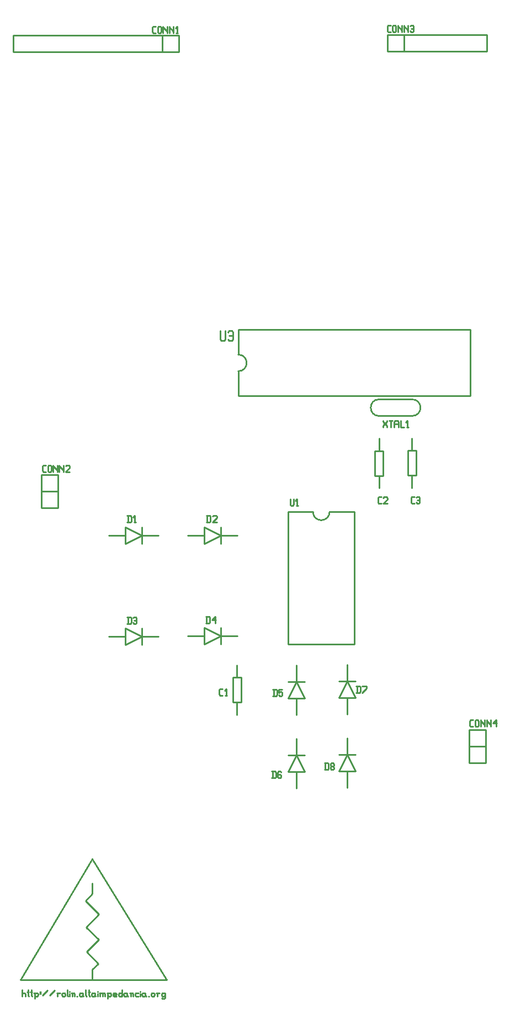
<source format=gbr>
G04 start of page 7 for group -4079 idx -4079 *
G04 Title: rolin, topsilk *
G04 Creator: pcb 20091103 *
G04 CreationDate: vie 09 abr 2010 17:35:00 GMT UTC *
G04 For: jegc *
G04 Format: Gerber/RS-274X *
G04 PCB-Dimensions: 314961 629921 *
G04 PCB-Coordinate-Origin: lower left *
%MOIN*%
%FSLAX25Y25*%
%LNFRONTSILK*%
%ADD19C,0.0100*%
G54D19*X54174Y77793D02*X62363Y69604D01*
X62362Y69606D02*X54567Y61811D01*
X58347Y81969D02*X54173Y77795D01*
X58347Y88305D02*Y81967D01*
X14921Y29960D02*X58267Y103070D01*
X103465Y30000D01*
X58386Y29960D02*X14920Y29961D01*
X58387Y36222D02*Y29962D01*
X61969Y39803D02*X58386Y36220D01*
X103464Y29999D02*X58385Y29960D01*
X62165Y54212D02*X54882Y46929D01*
X54567Y61809D02*X62165Y54211D01*
X54882Y46928D02*X61968Y39802D01*
X15823Y24077D02*Y20077D01*
Y21577D02*X16323Y22077D01*
X17323D01*
X17823Y21577D01*
Y20077D01*
X19524Y24077D02*Y20577D01*
X20024Y20077D01*
X19024Y22577D02*X20024D01*
X21525Y24077D02*Y20577D01*
X22025Y20077D01*
X21025Y22577D02*X22025D01*
X23526Y21577D02*Y18577D01*
X23026Y22077D02*X23526Y21577D01*
X24026Y22077D01*
X25026D01*
X25526Y21577D01*
Y20577D01*
X25026Y20077D02*X25526Y20577D01*
X24026Y20077D02*X25026D01*
X23526Y20577D02*X24026Y20077D01*
X26727Y22577D02*X27227D01*
X26727Y21577D02*X27227D01*
X28428Y20577D02*X31428Y23577D01*
X32629Y20577D02*X35629Y23577D01*
X37330Y21577D02*Y20077D01*
Y21577D02*X37830Y22077D01*
X38830D01*
X36830D02*X37330Y21577D01*
X40031D02*Y20577D01*
Y21577D02*X40531Y22077D01*
X41531D01*
X42031Y21577D01*
Y20577D01*
X41531Y20077D02*X42031Y20577D01*
X40531Y20077D02*X41531D01*
X40031Y20577D02*X40531Y20077D01*
X43232Y24077D02*Y20577D01*
X43732Y20077D01*
X44733Y23077D02*Y22577D01*
Y21577D02*Y20077D01*
X46234Y21577D02*Y20077D01*
Y21577D02*X46734Y22077D01*
X47234D01*
X47734Y21577D01*
Y20077D01*
X45734Y22077D02*X46234Y21577D01*
X48935Y20077D02*X49435D01*
X52136Y22077D02*X52636Y21577D01*
X51136Y22077D02*X52136D01*
X50636Y21577D02*X51136Y22077D01*
X50636Y21577D02*Y20577D01*
X51136Y20077D01*
X52636Y22077D02*Y20577D01*
X53136Y20077D01*
X51136D02*X52136D01*
X52636Y20577D01*
X54337Y24077D02*Y20577D01*
X54837Y20077D01*
X56338Y24077D02*Y20577D01*
X56838Y20077D01*
X55838Y22577D02*X56838D01*
X59339Y22077D02*X59839Y21577D01*
X58339Y22077D02*X59339D01*
X57839Y21577D02*X58339Y22077D01*
X57839Y21577D02*Y20577D01*
X58339Y20077D01*
X59839Y22077D02*Y20577D01*
X60339Y20077D01*
X58339D02*X59339D01*
X59839Y20577D01*
X61540Y23077D02*Y22577D01*
Y21577D02*Y20077D01*
X63041Y21577D02*Y20077D01*
Y21577D02*X63541Y22077D01*
X64041D01*
X64541Y21577D01*
Y20077D01*
Y21577D02*X65041Y22077D01*
X65541D01*
X66041Y21577D01*
Y20077D01*
X62541Y22077D02*X63041Y21577D01*
X67742D02*Y18577D01*
X67242Y22077D02*X67742Y21577D01*
X68242Y22077D01*
X69242D01*
X69742Y21577D01*
Y20577D01*
X69242Y20077D02*X69742Y20577D01*
X68242Y20077D02*X69242D01*
X67742Y20577D02*X68242Y20077D01*
X71443D02*X72943D01*
X70943Y20577D02*X71443Y20077D01*
X70943Y21577D02*Y20577D01*
Y21577D02*X71443Y22077D01*
X72443D01*
X72943Y21577D01*
X70943Y21077D02*X72943D01*
Y21577D02*Y21077D01*
X76144Y24077D02*Y20077D01*
X75644D02*X76144Y20577D01*
X74644Y20077D02*X75644D01*
X74144Y20577D02*X74644Y20077D01*
X74144Y21577D02*Y20577D01*
Y21577D02*X74644Y22077D01*
X75644D01*
X76144Y21577D01*
X78845Y22077D02*X79345Y21577D01*
X77845Y22077D02*X78845D01*
X77345Y21577D02*X77845Y22077D01*
X77345Y21577D02*Y20577D01*
X77845Y20077D01*
X79345Y22077D02*Y20577D01*
X79845Y20077D01*
X77845D02*X78845D01*
X79345Y20577D01*
X81546Y21577D02*Y20077D01*
Y21577D02*X82046Y22077D01*
X82546D01*
X83046Y21577D01*
Y20077D01*
X81046Y22077D02*X81546Y21577D01*
X84747Y22077D02*X86247D01*
X84247Y21577D02*X84747Y22077D01*
X84247Y21577D02*Y20577D01*
X84747Y20077D01*
X86247D01*
X87448Y23077D02*Y22577D01*
Y21577D02*Y20077D01*
X89949Y22077D02*X90449Y21577D01*
X88949Y22077D02*X89949D01*
X88449Y21577D02*X88949Y22077D01*
X88449Y21577D02*Y20577D01*
X88949Y20077D01*
X90449Y22077D02*Y20577D01*
X90949Y20077D01*
X88949D02*X89949D01*
X90449Y20577D01*
X92150Y20077D02*X92650D01*
X93851Y21577D02*Y20577D01*
Y21577D02*X94351Y22077D01*
X95351D01*
X95851Y21577D01*
Y20577D01*
X95351Y20077D02*X95851Y20577D01*
X94351Y20077D02*X95351D01*
X93851Y20577D02*X94351Y20077D01*
X97552Y21577D02*Y20077D01*
Y21577D02*X98052Y22077D01*
X99052D01*
X97052D02*X97552Y21577D01*
X101753Y22077D02*X102253Y21577D01*
X100753Y22077D02*X101753D01*
X100253Y21577D02*X100753Y22077D01*
X100253Y21577D02*Y20577D01*
X100753Y20077D01*
X101753D01*
X102253Y20577D01*
X100253Y19077D02*X100753Y18577D01*
X101753D01*
X102253Y19077D01*
Y22077D02*Y19077D01*
X176492Y165556D02*X186492D01*
X176492Y155556D02*X181492Y165556D01*
X176492Y155556D02*X186492D01*
X181492Y165556D02*X186492Y155556D01*
X181492D02*Y145556D01*
Y175556D02*Y165556D01*
X143172Y212617D02*X148172D01*
X143172D02*Y197617D01*
X148172D01*
Y212617D02*Y197617D01*
X145672D02*Y190117D01*
Y220117D02*Y212617D01*
X207281Y210320D02*X217281D01*
X207281Y200320D02*X212281Y210320D01*
X207281Y200320D02*X217281D01*
X212281Y210320D02*X217281Y200320D01*
X212281D02*Y190320D01*
Y220320D02*Y210320D01*
X207322Y165909D02*X217322D01*
X207322Y155909D02*X212322Y165909D01*
X207322Y155909D02*X217322D01*
X212322Y165909D02*X217322Y155909D01*
X212322D02*Y145909D01*
Y175909D02*Y165909D01*
X176493Y210123D02*X186493D01*
X176493Y200123D02*X181493Y210123D01*
X176493Y200123D02*X186493D01*
X181493Y210123D02*X186493Y200123D01*
X181493D02*Y190123D01*
Y220123D02*Y210123D01*
X201655Y312597D02*X216655D01*
X176655D02*X191655D01*
X216655Y232597D02*Y312597D01*
X176655Y232597D02*X216655D01*
X176655Y312597D02*Y232597D01*
X191655Y312597D02*G75*G03X201655Y312597I5000J0D01*G01*
X100473Y590512D02*X110473D01*
X100473Y600512D02*Y590512D01*
X110473Y600512D02*Y590512D01*
X10473D02*X110473D01*
X10473Y600512D02*Y590512D01*
Y600512D02*X110473D01*
X236536Y600630D02*X246536D01*
Y590630D01*
X236536Y600630D02*Y590630D01*
Y600630D02*X296536D01*
Y590630D01*
X236536D02*X296536D01*
X248939Y349558D02*X253939D01*
X248939D02*Y334558D01*
X253939D01*
Y349558D02*Y334558D01*
X251439D02*Y327058D01*
Y357058D02*Y349558D01*
X229129Y349466D02*X234129D01*
X229129D02*Y334466D01*
X234129D01*
Y349466D02*Y334466D01*
X231629D02*Y326966D01*
Y356966D02*Y349466D01*
X231550Y370536D02*X251550D01*
X231550Y380536D02*X251550D01*
Y370536D02*G75*G03X251550Y380536I0J5000D01*G01*
X231550D02*G75*G03X231550Y370536I0J-5000D01*G01*
X88190Y303268D02*Y293268D01*
X78190Y303268D02*X88190Y298268D01*
X78190Y303268D02*Y293268D01*
X88190Y298268D02*X78190Y293268D01*
X68190Y298268D02*X78190D01*
X88190D02*X98190D01*
X135828Y303228D02*Y293228D01*
X125828Y303228D02*X135828Y298228D01*
X125828Y303228D02*Y293228D01*
X135828Y298228D02*X125828Y293228D01*
X115828Y298228D02*X125828D01*
X135828D02*X145828D01*
X88229Y242441D02*Y232441D01*
X78229Y242441D02*X88229Y237441D01*
X78229Y242441D02*Y232441D01*
X88229Y237441D02*X78229Y232441D01*
X68229Y237441D02*X78229D01*
X88229D02*X98229D01*
X135865Y242519D02*Y232519D01*
X125865Y242519D02*X135865Y237519D01*
X125865Y242519D02*Y232519D01*
X135865Y237519D02*X125865Y232519D01*
X115865Y237519D02*X125865D01*
X135865D02*X145865D01*
X37559Y335117D02*Y325117D01*
X27559D02*X37559D01*
X27559Y335117D02*X37559D01*
Y315117D01*
X27559D02*X37559D01*
X27559Y335117D02*Y315117D01*
X146576Y422569D02*Y407569D01*
Y397569D02*Y382569D01*
Y422569D02*X286576D01*
Y382569D01*
X146576D02*X286576D01*
X146576Y397569D02*G75*G03X146576Y407569I0J5000D01*G01*
X295827Y181023D02*Y171023D01*
X285827D02*X295827D01*
X285827Y181023D02*X295827D01*
Y161023D01*
X285827D02*X295827D01*
X285827Y181023D02*Y161023D01*
X167218Y155927D02*Y151927D01*
X168718Y155927D02*X169218Y155427D01*
Y152427D01*
X168718Y151927D02*X169218Y152427D01*
X166718Y151927D02*X168718D01*
X166718Y155927D02*X168718D01*
X171919D02*X172419Y155427D01*
X170919Y155927D02*X171919D01*
X170419Y155427D02*X170919Y155927D01*
X170419Y155427D02*Y152427D01*
X170919Y151927D01*
X171919Y153927D02*X172419Y153427D01*
X170419Y153927D02*X171919D01*
X170919Y151927D02*X171919D01*
X172419Y152427D01*
Y153427D02*Y152427D01*
X135591Y201800D02*X137091D01*
X135091Y202300D02*X135591Y201800D01*
X135091Y205300D02*Y202300D01*
Y205300D02*X135591Y205800D01*
X137091D01*
X138792Y201800D02*X139792D01*
X139292Y205800D02*Y201800D01*
X138292Y204800D02*X139292Y205800D01*
X218244Y207499D02*Y203499D01*
X219744Y207499D02*X220244Y206999D01*
Y203999D01*
X219744Y203499D02*X220244Y203999D01*
X217744Y203499D02*X219744D01*
X217744Y207499D02*X219744D01*
X221445Y203499D02*X223945Y205999D01*
Y207499D02*Y205999D01*
X221445Y207499D02*X223945D01*
X199071Y161007D02*Y157007D01*
X200571Y161007D02*X201071Y160507D01*
Y157507D01*
X200571Y157007D02*X201071Y157507D01*
X198571Y157007D02*X200571D01*
X198571Y161007D02*X200571D01*
X202272Y157507D02*X202772Y157007D01*
X202272Y158507D02*Y157507D01*
Y158507D02*X202772Y159007D01*
X203772D01*
X204272Y158507D01*
Y157507D01*
X203772Y157007D02*X204272Y157507D01*
X202772Y157007D02*X203772D01*
X202272Y159507D02*X202772Y159007D01*
X202272Y160507D02*Y159507D01*
Y160507D02*X202772Y161007D01*
X203772D01*
X204272Y160507D01*
Y159507D01*
X203772Y159007D02*X204272Y159507D01*
X167849Y205412D02*Y201412D01*
X169349Y205412D02*X169849Y204912D01*
Y201912D01*
X169349Y201412D02*X169849Y201912D01*
X167349Y201412D02*X169349D01*
X167349Y205412D02*X169349D01*
X171050D02*X173050D01*
X171050D02*Y203412D01*
X171550Y203912D01*
X172550D01*
X173050Y203412D01*
Y201912D01*
X172550Y201412D02*X173050Y201912D01*
X171550Y201412D02*X172550D01*
X171050Y201912D02*X171550Y201412D01*
X95223Y601748D02*X96723D01*
X94723Y602248D02*X95223Y601748D01*
X94723Y605248D02*Y602248D01*
Y605248D02*X95223Y605748D01*
X96723D01*
X97924Y605248D02*Y602248D01*
Y605248D02*X98424Y605748D01*
X99424D01*
X99924Y605248D01*
Y602248D01*
X99424Y601748D02*X99924Y602248D01*
X98424Y601748D02*X99424D01*
X97924Y602248D02*X98424Y601748D01*
X101125Y605748D02*Y601748D01*
Y605748D02*Y605248D01*
X103625Y602748D01*
Y605748D02*Y601748D01*
X104826Y605748D02*Y601748D01*
Y605748D02*Y605248D01*
X107326Y602748D01*
Y605748D02*Y601748D01*
X109027D02*X110027D01*
X109527Y605748D02*Y601748D01*
X108527Y604748D02*X109527Y605748D01*
X237036Y602496D02*X238536D01*
X236536Y602996D02*X237036Y602496D01*
X236536Y605996D02*Y602996D01*
Y605996D02*X237036Y606496D01*
X238536D01*
X239737Y605996D02*Y602996D01*
Y605996D02*X240237Y606496D01*
X241237D01*
X241737Y605996D01*
Y602996D01*
X241237Y602496D02*X241737Y602996D01*
X240237Y602496D02*X241237D01*
X239737Y602996D02*X240237Y602496D01*
X242938Y606496D02*Y602496D01*
Y606496D02*Y605996D01*
X245438Y603496D01*
Y606496D02*Y602496D01*
X246639Y606496D02*Y602496D01*
Y606496D02*Y605996D01*
X249139Y603496D01*
Y606496D02*Y602496D01*
X250340Y605996D02*X250840Y606496D01*
X251840D01*
X252340Y605996D01*
Y602996D01*
X251840Y602496D02*X252340Y602996D01*
X250840Y602496D02*X251840D01*
X250340Y602996D02*X250840Y602496D01*
Y604496D02*X252340D01*
X251366Y317688D02*X252866D01*
X250866Y318188D02*X251366Y317688D01*
X250866Y321188D02*Y318188D01*
Y321188D02*X251366Y321688D01*
X252866D01*
X254067Y321188D02*X254567Y321688D01*
X255567D01*
X256067Y321188D01*
Y318188D01*
X255567Y317688D02*X256067Y318188D01*
X254567Y317688D02*X255567D01*
X254067Y318188D02*X254567Y317688D01*
Y319688D02*X256067D01*
X28846Y336826D02*X30346D01*
X28346Y337326D02*X28846Y336826D01*
X28346Y340326D02*Y337326D01*
Y340326D02*X28846Y340826D01*
X30346D01*
X31547Y340326D02*Y337326D01*
Y340326D02*X32047Y340826D01*
X33047D01*
X33547Y340326D01*
Y337326D01*
X33047Y336826D02*X33547Y337326D01*
X32047Y336826D02*X33047D01*
X31547Y337326D02*X32047Y336826D01*
X34748Y340826D02*Y336826D01*
Y340826D02*Y340326D01*
X37248Y337826D01*
Y340826D02*Y336826D01*
X38449Y340826D02*Y336826D01*
Y340826D02*Y340326D01*
X40949Y337826D01*
Y340826D02*Y336826D01*
X42150Y340326D02*X42650Y340826D01*
X44150D01*
X44650Y340326D01*
Y339326D01*
X42150Y336826D02*X44650Y339326D01*
X42150Y336826D02*X44650D01*
X231379Y317640D02*X232879D01*
X230879Y318140D02*X231379Y317640D01*
X230879Y321140D02*Y318140D01*
Y321140D02*X231379Y321640D01*
X232879D01*
X234080Y321140D02*X234580Y321640D01*
X236080D01*
X236580Y321140D01*
Y320140D01*
X234080Y317640D02*X236580Y320140D01*
X234080Y317640D02*X236580D01*
X233873Y367536D02*Y367036D01*
X236373Y364536D01*
Y363536D01*
X233873Y364536D02*Y363536D01*
Y364536D02*X236373Y367036D01*
Y367536D02*Y367036D01*
X237574Y367536D02*X239574D01*
X238574D02*Y363536D01*
X240775Y367036D02*Y363536D01*
Y367036D02*X241275Y367536D01*
X242775D01*
X243275Y367036D01*
Y363536D01*
X240775Y365536D02*X243275D01*
X244476Y367536D02*Y363536D01*
X246476D01*
X248177D02*X249177D01*
X248677Y367536D02*Y363536D01*
X247677Y366536D02*X248677Y367536D01*
X177875Y320449D02*Y316949D01*
X178375Y316449D01*
X179375D01*
X179875Y316949D01*
Y320449D02*Y316949D01*
X181576Y316449D02*X182576D01*
X182076Y320449D02*Y316449D01*
X181076Y319449D02*X182076Y320449D01*
X79822Y310336D02*Y306336D01*
X81322Y310336D02*X81822Y309836D01*
Y306836D01*
X81322Y306336D02*X81822Y306836D01*
X79322Y306336D02*X81322D01*
X79322Y310336D02*X81322D01*
X83523Y306336D02*X84523D01*
X84023Y310336D02*Y306336D01*
X83023Y309336D02*X84023Y310336D01*
X127775Y310414D02*Y306414D01*
X129275Y310414D02*X129775Y309914D01*
Y306914D01*
X129275Y306414D02*X129775Y306914D01*
X127275Y306414D02*X129275D01*
X127275Y310414D02*X129275D01*
X130976Y309914D02*X131476Y310414D01*
X132976D01*
X133476Y309914D01*
Y308914D01*
X130976Y306414D02*X133476Y308914D01*
X130976Y306414D02*X133476D01*
X79861Y249116D02*Y245116D01*
X81361Y249116D02*X81861Y248616D01*
Y245616D01*
X81361Y245116D02*X81861Y245616D01*
X79361Y245116D02*X81361D01*
X79361Y249116D02*X81361D01*
X83062Y248616D02*X83562Y249116D01*
X84562D01*
X85062Y248616D01*
Y245616D01*
X84562Y245116D02*X85062Y245616D01*
X83562Y245116D02*X84562D01*
X83062Y245616D02*X83562Y245116D01*
Y247116D02*X85062D01*
X127384Y249392D02*Y245392D01*
X128884Y249392D02*X129384Y248892D01*
Y245892D01*
X128884Y245392D02*X129384Y245892D01*
X126884Y245392D02*X128884D01*
X126884Y249392D02*X128884D01*
X130585Y247392D02*X132585Y249392D01*
X130585Y247392D02*X133085D01*
X132585Y249392D02*Y245392D01*
X135750Y421877D02*Y416837D01*
X136470Y416117D01*
X137910D01*
X138630Y416837D01*
Y421877D02*Y416837D01*
X140359Y421157D02*X141079Y421877D01*
X142519D01*
X143239Y421157D01*
Y416837D01*
X142519Y416117D02*X143239Y416837D01*
X141079Y416117D02*X142519D01*
X140359Y416837D02*X141079Y416117D01*
Y418997D02*X143239D01*
X286917Y182968D02*X288417D01*
X286417Y183468D02*X286917Y182968D01*
X286417Y186468D02*Y183468D01*
Y186468D02*X286917Y186968D01*
X288417D01*
X289618Y186468D02*Y183468D01*
Y186468D02*X290118Y186968D01*
X291118D01*
X291618Y186468D01*
Y183468D01*
X291118Y182968D02*X291618Y183468D01*
X290118Y182968D02*X291118D01*
X289618Y183468D02*X290118Y182968D01*
X292819Y186968D02*Y182968D01*
Y186968D02*Y186468D01*
X295319Y183968D01*
Y186968D02*Y182968D01*
X296520Y186968D02*Y182968D01*
Y186968D02*Y186468D01*
X299020Y183968D01*
Y186968D02*Y182968D01*
X300221Y184968D02*X302221Y186968D01*
X300221Y184968D02*X302721D01*
X302221Y186968D02*Y182968D01*
M02*

</source>
